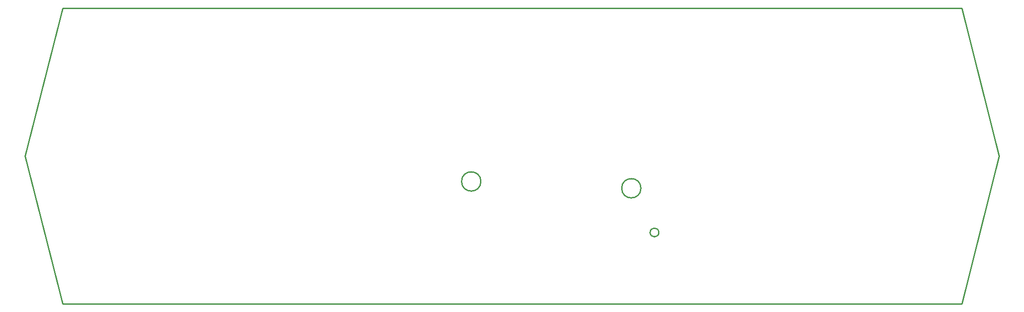
<source format=gbr>
%TF.GenerationSoftware,KiCad,Pcbnew,(5.1.9)-1*%
%TF.CreationDate,2021-08-06T18:06:20-04:00*%
%TF.ProjectId,MK2_1,4d4b325f-312e-46b6-9963-61645f706362,1*%
%TF.SameCoordinates,Original*%
%TF.FileFunction,Profile,NP*%
%FSLAX45Y45*%
G04 Gerber Fmt 4.5, Leading zero omitted, Abs format (unit mm)*
G04 Created by KiCad (PCBNEW (5.1.9)-1) date 2021-08-06 18:06:20*
%MOMM*%
%LPD*%
G01*
G04 APERTURE LIST*
%TA.AperFunction,Profile*%
%ADD10C,0.254000*%
%TD*%
G04 APERTURE END LIST*
D10*
X20066000Y-5111750D02*
X19367500Y-7874000D01*
X20066000Y-5111750D02*
X19367500Y-2349500D01*
X2603500Y-2349500D02*
X1905000Y-5111750D01*
X13721120Y-6540500D02*
G75*
G03*
X13721120Y-6540500I-81320J0D01*
G01*
X13387605Y-5715000D02*
G75*
G03*
X13387605Y-5715000I-179605J0D01*
G01*
X10403105Y-5588000D02*
G75*
G03*
X10403105Y-5588000I-179605J0D01*
G01*
X2603500Y-2349500D02*
X19367500Y-2349500D01*
X2603500Y-7874000D02*
X1905000Y-5111750D01*
X19367500Y-7874000D02*
X2603500Y-7874000D01*
M02*

</source>
